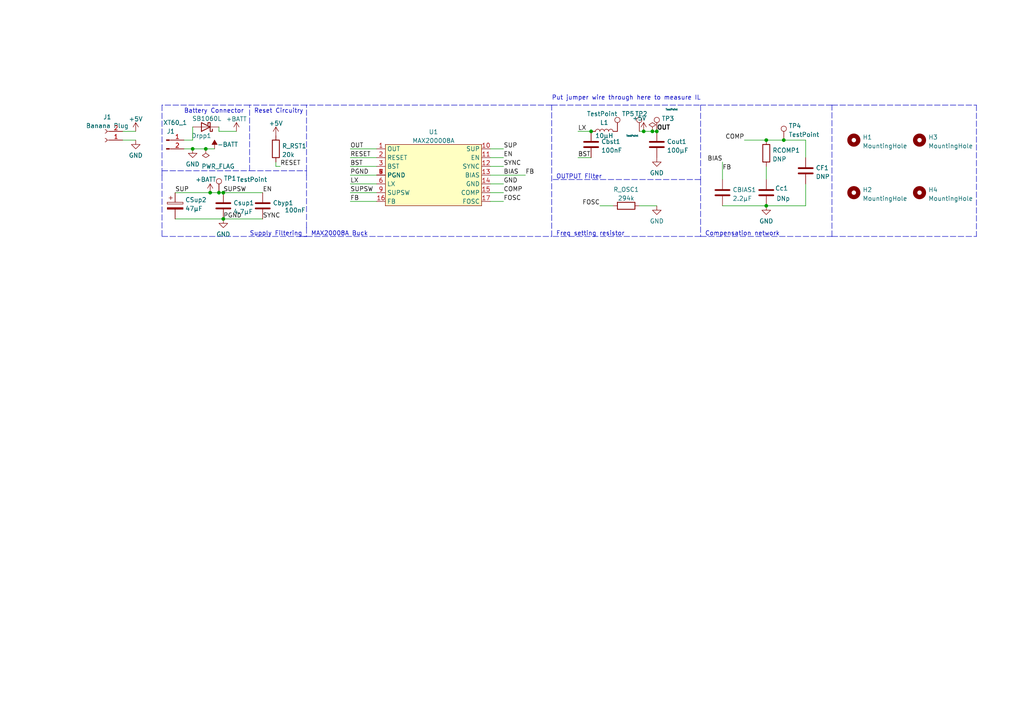
<source format=kicad_sch>
(kicad_sch (version 20211123) (generator eeschema)
  (paper "A4")
  (lib_symbols
    (symbol "Connector:Conn_01x02_Female" (pin_names (offset 1.016) hide)
      (property "Reference" "J" (at 0 2.54 0))
      (property "Value" "Conn_01x02_Female" (at 0 -5.08 0))
      (symbol "Conn_01x02_Female_1_1"
        (arc (start 0 -2.032) (mid -0.508 -2.54) (end 0 -3.048) (stroke (width 0.1524)))
        (polyline (pts (xy -1.27 -2.54) (xy -0.508 -2.54)) (stroke (width 0.1524)))
        (polyline (pts (xy -1.27 0) (xy -0.508 0)) (stroke (width 0.1524)))
        (arc (start 0 0.508) (mid -0.508 0) (end 0 -0.508) (stroke (width 0.1524)))
        (pin passive line (at -5.08 0 0) (length 3.81) (name "Pin_1") (number "1"))
        (pin passive line (at -5.08 -2.54 0) (length 3.81) (name "Pin_2") (number "2"))
      )
    )
    (symbol "Connector:Conn_01x02_Male" (pin_names (offset 1.016) hide)
      (property "Reference" "J" (at 0 2.54 0))
      (property "Value" "Conn_01x02_Male" (at 0 -5.08 0))
      (symbol "Conn_01x02_Male_1_1"
        (polyline (pts (xy 1.27 -2.54) (xy 0.8636 -2.54)) (stroke (width 0.1524)))
        (polyline (pts (xy 1.27 0) (xy 0.8636 0)) (stroke (width 0.1524)))
        (rectangle (start 0.8636 -2.413) (end 0 -2.667) (stroke (width 0.1524)) (fill (type outline)))
        (rectangle (start 0.8636 0.127) (end 0 -0.127) (stroke (width 0.1524)) (fill (type outline)))
        (pin passive line (at 5.08 0 180) (length 3.81) (name "Pin_1") (number "1"))
        (pin passive line (at 5.08 -2.54 180) (length 3.81) (name "Pin_2") (number "2"))
      )
    )
    (symbol "Connector:TestPoint" (pin_numbers hide) (pin_names (offset 0.762) hide)
      (property "Reference" "TP" (at 0 6.858 0))
      (property "Value" "TestPoint" (at 0 5.08 0))
      (symbol "TestPoint_0_1"
        (circle (center 0 3.302) (radius 0.762))
      )
      (symbol "TestPoint_1_1"
        (pin passive line (at 0 0 90) (length 2.54) (name "1") (number "1"))
      )
    )
    (symbol "Device:C" (pin_numbers hide) (pin_names (offset 0.254))
      (property "Reference" "C" (at 0.635 2.54 0))
      (property "Value" "C" (at 0.635 -2.54 0))
      (symbol "C_0_1"
        (polyline (pts (xy -2.032 -0.762) (xy 2.032 -0.762)) (stroke (width 0.508)))
        (polyline (pts (xy -2.032 0.762) (xy 2.032 0.762)) (stroke (width 0.508)))
      )
      (symbol "C_1_1"
        (pin passive line (at 0 3.81 270) (length 2.794) (name "~") (number "1"))
        (pin passive line (at 0 -3.81 90) (length 2.794) (name "~") (number "2"))
      )
    )
    (symbol "Device:C_Polarized" (pin_numbers hide) (pin_names (offset 0.254))
      (property "Reference" "C" (at 0.635 2.54 0))
      (property "Value" "C_Polarized" (at 0.635 -2.54 0))
      (symbol "C_Polarized_0_1"
        (rectangle (start -2.286 0.508) (end 2.286 1.016))
        (polyline (pts (xy -1.778 2.286) (xy -0.762 2.286)))
        (polyline (pts (xy -1.27 2.794) (xy -1.27 1.778)))
        (rectangle (start 2.286 -0.508) (end -2.286 -1.016) (fill (type outline)))
      )
      (symbol "C_Polarized_1_1"
        (pin passive line (at 0 3.81 270) (length 2.794) (name "~") (number "1"))
        (pin passive line (at 0 -3.81 90) (length 2.794) (name "~") (number "2"))
      )
    )
    (symbol "Device:D_Schottky" (pin_numbers hide) (pin_names (offset 1.016) hide)
      (property "Reference" "D" (at 0 2.54 0))
      (property "Value" "D_Schottky" (at 0 -2.54 0))
      (symbol "D_Schottky_0_1"
        (polyline (pts (xy 1.27 0) (xy -1.27 0)))
        (polyline (pts (xy 1.27 1.27) (xy 1.27 -1.27) (xy -1.27 0) (xy 1.27 1.27)) (stroke (width 0.254)))
        (polyline (pts (xy -1.905 0.635) (xy -1.905 1.27) (xy -1.27 1.27) (xy -1.27 -1.27) (xy -0.635 -1.27) (xy -0.635 -0.635)) (stroke (width 0.254)))
      )
      (symbol "D_Schottky_1_1"
        (pin passive line (at -3.81 0 0) (length 2.54) (name "K") (number "1"))
        (pin passive line (at 3.81 0 180) (length 2.54) (name "A") (number "2"))
      )
    )
    (symbol "Device:L" (pin_numbers hide) (pin_names (offset 1.016) hide)
      (property "Reference" "L" (at -1.27 0 90))
      (property "Value" "L" (at 1.905 0 90))
      (symbol "L_0_1"
        (arc (start 0 -2.54) (mid 0.635 -1.905) (end 0 -1.27))
        (arc (start 0 -1.27) (mid 0.635 -0.635) (end 0 0))
        (arc (start 0 0) (mid 0.635 0.635) (end 0 1.27))
        (arc (start 0 1.27) (mid 0.635 1.905) (end 0 2.54))
      )
      (symbol "L_1_1"
        (pin passive line (at 0 3.81 270) (length 1.27) (name "1") (number "1"))
        (pin passive line (at 0 -3.81 90) (length 1.27) (name "2") (number "2"))
      )
    )
    (symbol "Device:R" (pin_numbers hide) (pin_names (offset 0))
      (property "Reference" "R" (at 2.032 0 90))
      (property "Value" "R" (at 0 0 90))
      (symbol "R_0_1"
        (rectangle (start -1.016 -2.54) (end 1.016 2.54) (stroke (width 0.254)))
      )
      (symbol "R_1_1"
        (pin passive line (at 0 3.81 270) (length 1.27) (name "~") (number "1"))
        (pin passive line (at 0 -3.81 90) (length 1.27) (name "~") (number "2"))
      )
    )
    (symbol "MUAV:MAX200008A" (in_bom no)
      (property "Reference" "U" (at 0 0 0))
      (property "Value" "MAX200008A" (at 0 -8.89 0))
      (symbol "MAX200008A_0_0"
        (pin power_out line (at -16.51 -2.54 0) (length 2.54) (name "OUT") (number "1"))
        (pin bidirectional line (at 16.51 -2.54 180) (length 2.54) (name "SUP") (number "10"))
        (pin bidirectional line (at 16.51 -5.08 180) (length 2.54) (name "EN") (number "11"))
        (pin bidirectional line (at 16.51 -7.62 180) (length 2.54) (name "SYNC") (number "12"))
        (pin bidirectional line (at 16.51 -10.16 180) (length 2.54) (name "BIAS") (number "13"))
        (pin bidirectional line (at 16.51 -12.7 180) (length 2.54) (name "GND") (number "14"))
        (pin bidirectional line (at 16.51 -15.24 180) (length 2.54) (name "COMP") (number "15"))
        (pin bidirectional line (at -16.51 -17.78 0) (length 2.54) (name "FB") (number "16"))
        (pin bidirectional line (at 16.51 -17.78 180) (length 2.54) (name "FOSC") (number "17"))
        (pin input line (at -16.51 -5.08 0) (length 2.54) (name "RESET") (number "2"))
        (pin bidirectional line (at -16.51 -7.62 0) (length 2.54) (name "BST") (number "3"))
        (pin power_in line (at -16.51 -10.16 0) (length 2.54) (name "PGND") (number "4"))
        (pin power_in line (at -16.51 -10.16 0) (length 2.54) (name "PGND") (number "5"))
        (pin power_in line (at -16.51 -12.7 0) (length 2.54) (name "LX") (number "6"))
        (pin power_in line (at -16.51 -10.16 0) (length 2.54) (name "PGND") (number "7"))
        (pin power_in line (at -16.51 -10.16 0) (length 2.54) (name "PGND") (number "8"))
        (pin bidirectional line (at -16.51 -15.24 0) (length 2.54) (name "SUPSW") (number "9"))
      )
      (symbol "MAX200008A_0_1"
        (rectangle (start -13.97 -1.27) (end 13.97 -19.05) (stroke (width 0.1524)) (fill (type background)))
      )
    )
    (symbol "Mechanical:MountingHole" (pin_names (offset 1.016))
      (property "Reference" "H" (at 0 5.08 0))
      (property "Value" "MountingHole" (at 0 3.175 0))
      (symbol "MountingHole_0_1"
        (circle (center 0 0) (radius 1.27) (stroke (width 1.27)))
      )
    )
    (symbol "power:+5V" (power) (pin_names (offset 0))
      (property "Value" "+5V" (at 0 3.556 0))
      (symbol "+5V_0_1"
        (polyline (pts (xy -0.762 1.27) (xy 0 2.54)))
        (polyline (pts (xy 0 0) (xy 0 2.54)))
        (polyline (pts (xy 0 2.54) (xy 0.762 1.27)))
      )
      (symbol "+5V_1_1"
        (pin power_in line (at 0 0 90) (length 0) hide (name "+5V") (number "1"))
      )
    )
    (symbol "power:+BATT" (power) (pin_names (offset 0))
      (property "Value" "+BATT" (at 0 3.556 0))
      (symbol "+BATT_0_1"
        (polyline (pts (xy -0.762 1.27) (xy 0 2.54)))
        (polyline (pts (xy 0 0) (xy 0 2.54)))
        (polyline (pts (xy 0 2.54) (xy 0.762 1.27)))
      )
      (symbol "+BATT_1_1"
        (pin power_in line (at 0 0 90) (length 0) hide (name "+BATT") (number "1"))
      )
    )
    (symbol "power:-BATT" (power) (pin_names (offset 0))
      (property "Value" "-BATT" (at 0 3.556 0))
      (symbol "-BATT_0_1"
        (polyline (pts (xy 0 0) (xy 0 2.54)))
        (polyline (pts (xy 0.762 1.27) (xy -0.762 1.27) (xy 0 2.54) (xy 0.762 1.27)) (fill (type outline)))
      )
      (symbol "-BATT_1_1"
        (pin power_in line (at 0 0 90) (length 0) hide (name "-BATT") (number "1"))
      )
    )
    (symbol "power:GND" (power) (pin_names (offset 0))
      (property "Value" "GND" (at 0 -3.81 0))
      (symbol "GND_0_1"
        (polyline (pts (xy 0 0) (xy 0 -1.27) (xy 1.27 -1.27) (xy 0 -2.54) (xy -1.27 -1.27) (xy 0 -1.27)))
      )
      (symbol "GND_1_1"
        (pin power_in line (at 0 0 270) (length 0) hide (name "GND") (number "1"))
      )
    )
    (symbol "power:PWR_FLAG" (power) (pin_numbers hide) (pin_names (offset 0) hide)
      (property "Value" "PWR_FLAG" (at 0 3.81 0))
      (symbol "PWR_FLAG_0_0"
        (pin power_out line (at 0 0 90) (length 0) (name "pwr") (number "1"))
      )
      (symbol "PWR_FLAG_0_1"
        (polyline (pts (xy 0 0) (xy 0 1.27) (xy -1.016 1.905) (xy 0 2.54) (xy 1.016 1.905) (xy 0 1.27)))
      )
    )
  )
  (junction (at 190.5 38.1))
  (junction (at 222.25 59.69))
  (junction (at 222.25 40.64))
  (junction (at 64.77 63.5))
  (junction (at 59.69 43.18))
  (junction (at 63.5 55.88))
  (junction (at 171.45 38.1))
  (junction (at 186.69 38.1))
  (junction (at 189.23 38.1))
  (junction (at 55.88 43.18))
  (junction (at 64.77 55.88))
  (junction (at 227.33 40.64))
  (junction (at 60.96 55.88))
  (wire (pts (xy 233.68 45.72) (xy 233.68 40.64)))
  (wire (pts (xy 101.6 43.18) (xy 109.22 43.18)))
  (polyline (pts (xy 88.9 68.58) (xy 87.63 68.58)))
  (polyline (pts (xy 160.02 30.48) (xy 203.2 30.48)))
  (wire (pts (xy 142.24 48.26) (xy 146.05 48.26)))
  (polyline (pts (xy 241.3 68.58) (xy 241.3 30.48)))
  (wire (pts (xy 142.24 43.18) (xy 146.05 43.18)))
  (wire (pts (xy 167.64 45.72) (xy 171.45 45.72)))
  (wire (pts (xy 233.68 40.64) (xy 227.33 40.64)))
  (polyline (pts (xy 88.9 66.04) (xy 88.9 50.8)))
  (polyline (pts (xy 160.02 30.48) (xy 88.9 30.48)))
  (wire (pts (xy 55.88 36.83) (xy 55.88 40.64)))
  (wire (pts (xy 227.33 40.64) (xy 222.25 40.64)))
  (polyline (pts (xy 203.2 52.07) (xy 203.2 68.58)))
  (wire (pts (xy 142.24 55.88) (xy 146.05 55.88)))
  (wire (pts (xy 101.6 45.72) (xy 109.22 45.72)))
  (polyline (pts (xy 46.99 49.53) (xy 72.39 49.53)))
  (wire (pts (xy 55.88 40.64) (xy 53.34 40.64)))
  (wire (pts (xy 50.8 63.5) (xy 64.77 63.5)))
  (wire (pts (xy 81.28 48.26) (xy 80.01 48.26)))
  (wire (pts (xy 64.77 63.5) (xy 76.2 63.5)))
  (wire (pts (xy 209.55 59.69) (xy 222.25 59.69)))
  (polyline (pts (xy 88.9 66.04) (xy 88.9 68.58)))
  (wire (pts (xy 185.42 59.69) (xy 190.5 59.69)))
  (wire (pts (xy 68.58 38.1) (xy 63.5 38.1)))
  (wire (pts (xy 50.8 55.88) (xy 60.96 55.88)))
  (wire (pts (xy 101.6 50.8) (xy 109.22 50.8)))
  (wire (pts (xy 101.6 58.42) (xy 109.22 58.42)))
  (wire (pts (xy 64.77 55.88) (xy 76.2 55.88)))
  (wire (pts (xy 167.64 38.1) (xy 171.45 38.1)))
  (wire (pts (xy 55.88 43.18) (xy 59.69 43.18)))
  (wire (pts (xy 142.24 58.42) (xy 146.05 58.42)))
  (wire (pts (xy 215.9 40.64) (xy 222.25 40.64)))
  (polyline (pts (xy 88.9 30.48) (xy 72.39 30.48)))
  (wire (pts (xy 53.34 43.18) (xy 55.88 43.18)))
  (polyline (pts (xy 160.02 68.58) (xy 160.02 30.48)))
  (wire (pts (xy 101.6 53.34) (xy 109.22 53.34)))
  (wire (pts (xy 222.25 59.69) (xy 233.68 59.69)))
  (polyline (pts (xy 241.3 30.48) (xy 203.2 30.48)))
  (polyline (pts (xy 203.2 30.48) (xy 203.2 52.07)))
  (wire (pts (xy 35.56 38.1) (xy 39.37 38.1)))
  (wire (pts (xy 142.24 53.34) (xy 146.05 53.34)))
  (wire (pts (xy 142.24 45.72) (xy 146.05 45.72)))
  (wire (pts (xy 80.01 48.26) (xy 80.01 46.99)))
  (polyline (pts (xy 46.99 68.58) (xy 88.9 68.58)))
  (wire (pts (xy 233.68 53.34) (xy 233.68 59.69)))
  (wire (pts (xy 142.24 50.8) (xy 152.4 50.8)))
  (wire (pts (xy 189.23 38.1) (xy 190.5 38.1)))
  (wire (pts (xy 59.69 43.18) (xy 62.23 43.18)))
  (polyline (pts (xy 203.2 68.58) (xy 241.3 68.58)))
  (polyline (pts (xy 241.3 68.58) (xy 283.21 68.58)))
  (polyline (pts (xy 88.9 49.53) (xy 88.9 30.48)))
  (polyline (pts (xy 72.39 30.48) (xy 46.99 30.48)))
  (polyline (pts (xy 88.9 68.58) (xy 160.02 68.58)))
  (wire (pts (xy 63.5 55.88) (xy 64.77 55.88)))
  (wire (pts (xy 186.69 38.1) (xy 189.23 38.1)))
  (polyline (pts (xy 203.2 68.58) (xy 160.02 68.58)))
  (wire (pts (xy 63.5 38.1) (xy 63.5 36.83)))
  (polyline (pts (xy 72.39 49.53) (xy 88.9 49.53)))
  (wire (pts (xy 101.6 48.26) (xy 109.22 48.26)))
  (wire (pts (xy 101.6 55.88) (xy 109.22 55.88)))
  (polyline (pts (xy 46.99 49.53) (xy 46.99 50.8)))
  (wire (pts (xy 35.56 40.64) (xy 39.37 40.64)))
  (wire (pts (xy 185.42 38.1) (xy 186.69 38.1)))
  (polyline (pts (xy 203.2 52.07) (xy 160.02 52.07)))
  (wire (pts (xy 60.96 55.88) (xy 63.5 55.88)))
  (wire (pts (xy 173.99 59.69) (xy 177.8 59.69)))
  (polyline (pts (xy 88.9 49.53) (xy 88.9 50.8)))
  (wire (pts (xy 209.55 46.99) (xy 209.55 52.07)))
  (polyline (pts (xy 72.39 49.53) (xy 72.39 30.48)))
  (wire (pts (xy 222.25 48.26) (xy 222.25 52.07)))
  (polyline (pts (xy 46.99 30.48) (xy 46.99 49.53)))
  (polyline (pts (xy 283.21 30.48) (xy 283.21 68.58)))
  (polyline (pts (xy 46.99 50.8) (xy 46.99 68.58)))
  (polyline (pts (xy 241.3 30.48) (xy 283.21 30.48)))
  (text "Freq setting resistor\n" (at 161.29 68.58 0) (effects (font (size 1.27 1.27)) (justify left bottom)))
  (text "OUTPUT Filter" (at 161.29 52.07 0) (effects (font (size 1.27 1.27)) (justify left bottom)))
  (text "Compensation network" (at 204.47 68.58 0) (effects (font (size 1.27 1.27)) (justify left bottom)))
  (text "Supply Filtering" (at 72.39 68.58 0) (effects (font (size 1.27 1.27)) (justify left bottom)))
  (text "Put jumper wire through here to measure IL" (at 160.02 29.21 0) (effects (font (size 1.27 1.27)) (justify left bottom)))
  (text "Reset Circuitry\n" (at 73.66 33.02 0) (effects (font (size 1.27 1.27)) (justify left bottom)))
  (text "Battery Connector" (at 53.34 33.02 0) (effects (font (size 1.27 1.27)) (justify left bottom)))
  (text "MAX20008A Buck" (at 90.17 68.58 0) (effects (font (size 1.27 1.27)) (justify left bottom)))
  (label "FB" (at 101.6 58.42 0))
  (label "SUP" (at 146.05 43.18 0))
  (label "BST" (at 167.64 45.72 0))
  (label "BIAS" (at 146.05 50.8 0))
  (label "OUT" (at 101.6 43.18 0))
  (label "FOSC" (at 173.99 59.69 180))
  (label "COMP" (at 215.9 40.64 180))
  (label "SYNC" (at 146.05 48.26 0))
  (label "RESET" (at 101.6 45.72 0))
  (label "GND" (at 146.05 53.34 0))
  (label "SUPSW" (at 64.77 55.88 0))
  (label "FB" (at 152.4 50.8 0))
  (label "PGND" (at 101.6 50.8 0))
  (label "SYNC" (at 76.2 63.5 0))
  (label "EN" (at 76.2 55.88 0))
  (label "FOSC" (at 146.05 58.42 0))
  (label "FB" (at 209.55 49.53 0))
  (label "OUT" (at 190.5 38.1 0) (effects (font (thickness 0.254) bold)))
  (label "PGND" (at 64.77 63.5 0))
  (label "SUPSW" (at 101.6 55.88 0))
  (label "BST" (at 101.6 48.26 0))
  (label "SUP" (at 50.8 55.88 0))
  (label "BIAS" (at 209.55 46.99 180))
  (label "COMP" (at 146.05 55.88 0))
  (label "LX" (at 101.6 53.34 0))
  (label "EN" (at 146.05 45.72 0))
  (label "LX" (at 167.64 38.1 0))
  (label "RESET" (at 81.28 48.26 0))
  (symbol (lib_id "power:GND") (at 39.37 40.64 0) (unit 1)
    (property "Reference" "#PWR0102" (effects hide))
    (property "Value" "GND" (at 39.37 45.0834 0))
  )
  (symbol (lib_id "Connector:TestPoint") (at 179.07 38.1 0) (mirror y) (unit 1)
    (property "Reference" "TP5" (at 180.34 33.02 0) (effects (justify right)))
    (property "Value" "TestPoint" (at 170.18 33.02 0) (effects (justify right)))
    (property "Footprint" "TestPoint:TestPoint_THTPad_2.0x2.0mm_Drill1.0mm" (effects hide))
    (property "Datasheet" "  (symbol \"Connector:TestPoint\" (pin_numbers hide) (pin_names (offset 0.762) hide) (in_bom yes) (on_board yes)" (effects hide))
  )
  (symbol (lib_id "Connector:Conn_01x02_Male") (at 48.26 40.64 0) (unit 1)
    (property "Reference" "XT60_1" (at 50.8 35.56 0))
    (property "Value" "J1" (at 49.53 38.1 0))
    (property "Footprint" "footprints:XT60 conn" (effects hide))
  )
  (symbol (lib_id "Device:D_Schottky") (at 59.69 36.83 180) (unit 1)
    (property "Reference" "Drpp1" (at 58.42 39.37 0))
    (property "Value" "SB1060L" (at 60.0075 34.3971 0))
    (property "Footprint" "footprints:TO_277B" (effects hide))
  )
  (symbol (lib_id "Device:R") (at 181.61 59.69 90) (unit 1)
    (property "Reference" "R_OSC1" (at 181.61 54.9742 90))
    (property "Value" "294k" (at 181.61 57.5111 90))
    (property "Footprint" "Resistor_SMD:R_0603_1608Metric_Pad0.98x0.95mm_HandSolder" (effects hide))
  )
  (symbol (lib_id "power:GND") (at 55.88 43.18 0) (unit 1)
    (property "Reference" "#PWR01" (effects hide))
    (property "Value" "GND" (at 55.88 47.6234 0))
  )
  (symbol (lib_id "Connector:Conn_01x02_Female") (at 30.48 40.64 180) (unit 1)
    (property "Reference" "J1" (at 31.115 33.943 0))
    (property "Value" "Banana Plug" (at 31.115 36.4799 0))
    (property "Footprint" "Connector:Banana_Jack_2Pin" (effects hide))
  )
  (symbol (lib_id "Device:C") (at 222.25 55.88 0) (unit 1)
    (property "Reference" "Cc1" (at 228.6 54.61 0) (effects (justify right)))
    (property "Value" "DNp" (at 225.171 57.5822 0) (effects (justify left)))
    (property "Footprint" "Capacitor_SMD:C_0603_1608Metric_Pad1.08x0.95mm_HandSolder" (effects hide))
  )
  (symbol (lib_id "Mechanical:MountingHole") (at 266.7 40.64 0) (unit 1)
    (property "Reference" "H3" (at 269.24 39.8053 0) (effects (justify left)))
    (property "Value" "MountingHole" (at 269.24 42.3422 0) (effects (justify left)))
    (property "Footprint" "MountingHole:MountingHole_4.3mm_M4" (effects hide))
  )
  (symbol (lib_id "Device:C") (at 233.68 49.53 0) (unit 1)
    (property "Reference" "CF1" (at 236.601 48.6953 0) (effects (justify left)))
    (property "Value" "DNP" (at 236.601 51.2322 0) (effects (justify left)))
    (property "Footprint" "Capacitor_SMD:C_0603_1608Metric_Pad1.08x0.95mm_HandSolder" (effects hide))
  )
  (symbol (lib_id "Mechanical:MountingHole") (at 247.65 40.64 0) (unit 1)
    (property "Reference" "H1" (at 250.19 39.8053 0) (effects (justify left)))
    (property "Value" "MountingHole" (at 250.19 42.3422 0) (effects (justify left)))
    (property "Footprint" "MountingHole:MountingHole_4.3mm_M4" (effects hide))
  )
  (symbol (lib_id "power:GND") (at 222.25 59.69 0) (unit 1)
    (property "Reference" "#PWR010" (effects hide))
    (property "Value" "GND" (at 222.25 64.1334 0))
  )
  (symbol (lib_id "power:+5V") (at 80.01 39.37 0) (unit 1)
    (property "Reference" "#PWR06" (effects hide))
    (property "Value" "+5V" (at 80.01 35.7942 0))
  )
  (symbol (lib_id "power:GND") (at 64.77 63.5 0) (unit 1)
    (property "Reference" "#PWR05" (effects hide))
    (property "Value" "GND" (at 64.77 67.9434 0))
  )
  (symbol (lib_id "Device:C") (at 76.2 59.69 0) (unit 1)
    (property "Reference" "Cbyp1" (at 79.121 58.8553 0) (effects (justify left)))
    (property "Value" "100nF" (at 82.55 60.96 0) (effects (justify left)))
    (property "Footprint" "Capacitor_SMD:C_0603_1608Metric_Pad1.08x0.95mm_HandSolder" (effects hide))
    (property "Field4" "GCM188R71H104KA57D" (effects hide))
  )
  (symbol (lib_id "Device:C") (at 209.55 55.88 0) (unit 1)
    (property "Reference" "CBIAS1" (at 212.471 55.0453 0) (effects (justify left)))
    (property "Value" "2.2µF" (at 212.471 57.5822 0) (effects (justify left)))
    (property "Footprint" "Capacitor_SMD:C_0603_1608Metric_Pad1.08x0.95mm_HandSolder" (effects hide))
  )
  (symbol (lib_id "power:GND") (at 190.5 45.72 0) (unit 1)
    (property "Reference" "#PWR08" (effects hide))
    (property "Value" "GND" (at 190.5 50.1634 0))
  )
  (symbol (lib_id "Connector:TestPoint") (at 185.42 38.1 0) (unit 1)
    (property "Reference" "TP2" (at 184.15 33.02 0) (effects (justify left)))
    (property "Value" "TestPoint" (at 181.61 39.37 0) (effects (font (size 0.5 0.5)) (justify left)))
    (property "Footprint" "TestPoint:TestPoint_THTPad_2.0x2.0mm_Drill1.0mm" (effects hide))
  )
  (symbol (lib_id "Device:C_Polarized") (at 50.8 59.69 0) (unit 1)
    (property "Reference" "CSup2" (at 53.721 57.9663 0) (effects (justify left)))
    (property "Value" "47µF" (at 53.721 60.5032 0) (effects (justify left)))
    (property "Footprint" "Capacitor_SMD:CP_Elec_10x10.5" (effects hide))
    (property "Part nb" "EEHZC1V470V" (effects hide))
  )
  (symbol (lib_id "power:+5V") (at 186.69 38.1 0) (unit 1)
    (property "Reference" "#PWR0101" (effects hide))
    (property "Value" "+5V" (at 185.42 34.29 0))
  )
  (symbol (lib_id "power:PWR_FLAG") (at 59.69 43.18 180) (unit 1)
    (property "Reference" "#FLG01" (effects hide))
    (property "Value" "PWR_FLAG" (at 58.42 48.26 0) (effects (justify right)))
  )
  (symbol (lib_id "Mechanical:MountingHole") (at 247.65 55.88 0) (unit 1)
    (property "Reference" "H2" (at 250.19 55.0453 0) (effects (justify left)))
    (property "Value" "MountingHole" (at 250.19 57.5822 0) (effects (justify left)))
    (property "Footprint" "MountingHole:MountingHole_4.3mm_M4" (effects hide))
  )
  (symbol (lib_id "Mechanical:MountingHole") (at 266.7 55.88 0) (unit 1)
    (property "Reference" "H4" (at 269.24 55.0453 0) (effects (justify left)))
    (property "Value" "MountingHole" (at 269.24 57.5822 0) (effects (justify left)))
    (property "Footprint" "MountingHole:MountingHole_4.3mm_M4" (effects hide))
  )
  (symbol (lib_id "Device:C") (at 171.45 41.91 0) (unit 1)
    (property "Reference" "Cbst1" (at 174.371 41.0753 0) (effects (justify left)))
    (property "Value" "100nF" (at 174.371 43.6122 0) (effects (justify left)))
    (property "Footprint" "Capacitor_SMD:C_0603_1608Metric_Pad1.08x0.95mm_HandSolder" (effects hide))
    (property "part nb" "GCM188R71H104KA57D" (effects hide))
  )
  (symbol (lib_id "power:GND") (at 190.5 59.69 0) (unit 1)
    (property "Reference" "#PWR09" (effects hide))
    (property "Value" "GND" (at 190.5 64.1334 0))
  )
  (symbol (lib_id "Connector:TestPoint") (at 227.33 40.64 0) (unit 1)
    (property "Reference" "TP4" (at 228.727 36.5033 0) (effects (justify left)))
    (property "Value" "TestPoint" (at 228.727 39.0402 0) (effects (justify left)))
    (property "Footprint" "TestPoint:TestPoint_THTPad_2.0x2.0mm_Drill1.0mm" (effects hide))
  )
  (symbol (lib_id "Device:L") (at 175.26 38.1 90) (unit 1)
    (property "Reference" "L1" (at 175.26 35.56 90))
    (property "Value" "10µH" (at 175.26 39.37 90))
    (property "Footprint" "footprints:SRP1265C" (effects hide))
    (property "Part nb" "EEHZA1E470V" (effects hide))
  )
  (symbol (lib_id "Connector:TestPoint") (at 190.5 38.1 0) (unit 1)
    (property "Reference" "TP3" (at 191.897 34.3924 0) (effects (justify left)))
    (property "Value" "TestPoint" (at 193.04 31.75 0) (effects (font (size 0.5 0.5)) (justify left)))
    (property "Footprint" "TestPoint:TestPoint_THTPad_2.0x2.0mm_Drill1.0mm" (effects hide))
  )
  (symbol (lib_id "Device:R") (at 80.01 43.18 0) (unit 1)
    (property "Reference" "R_RST1" (at 81.788 42.3453 0) (effects (justify left)))
    (property "Value" "20k" (at 81.788 44.8822 0) (effects (justify left)))
    (property "Footprint" "Resistor_SMD:R_0603_1608Metric_Pad0.98x0.95mm_HandSolder" (effects hide))
    (property "Link" "https://www.lcsc.com/product-detail/Chip-Resistor-Surface-Mount_YAGEO-RC0402FR-0710KL_C60490.html" (effects hide))
  )
  (symbol (lib_id "power:PWR_FLAG") (at 189.23 38.1 0) (unit 1)
    (property "Reference" "#FLG0101" (effects hide))
    (property "Value" "PWR_FLAG" (at 189.23 34.29 0) (effects (font (size 0 0)) (justify left)))
  )
  (symbol (lib_id "power:+BATT") (at 68.58 38.1 0) (unit 1)
    (property "Reference" "#PWR02" (effects hide))
    (property "Value" "+BATT" (at 68.58 34.5242 0))
  )
  (symbol (lib_id "Device:C") (at 64.77 59.69 0) (unit 1)
    (property "Reference" "Csup1" (at 67.691 58.8553 0) (effects (justify left)))
    (property "Value" "4.7µF" (at 67.691 61.3922 0) (effects (justify left)))
    (property "Footprint" "Capacitor_SMD:C_0603_1608Metric_Pad1.08x0.95mm_HandSolder" (effects hide))
    (property "link" "https://jlcpcb.com/partdetail/749372-GRT188R6YA475KE13D/C711100" (effects hide))
    (property "Field5" "GRT188R6YA475KE13D" (effects hide))
  )
  (symbol (lib_id "Device:C") (at 190.5 41.91 0) (unit 1)
    (property "Reference" "Cout1" (at 193.421 41.0753 0) (effects (justify left)))
    (property "Value" "100µF" (at 193.421 43.6122 0) (effects (justify left)))
    (property "Footprint" "Capacitor_SMD:C_1210_3225Metric" (effects hide))
    (property "part nb" "GRM32ER61A107ME20L" (effects hide))
  )
  (symbol (lib_id "MUAV:MAX200008A") (at 125.73 40.64 0) (unit 1) (in_bom no)
    (property "Reference" "U1" (at 125.73 38.261 0))
    (property "Value" "MAX200008A" (at 125.73 40.7979 0))
    (property "Footprint" "footprints:MAX20008AFOB&slash_VY&plus_" (effects hide))
  )
  (symbol (lib_id "power:-BATT") (at 62.23 43.18 0) (unit 1)
    (property "Reference" "#PWR04" (effects hide))
    (property "Value" "-BATT" (at 66.04 41.91 0))
  )
  (symbol (lib_id "Device:R") (at 222.25 44.45 0) (unit 1)
    (property "Reference" "RCOMP1" (at 224.028 43.6153 0) (effects (justify left)))
    (property "Value" "DNP" (at 224.028 46.1522 0) (effects (justify left)))
    (property "Footprint" "Resistor_SMD:R_0603_1608Metric_Pad0.98x0.95mm_HandSolder" (effects hide))
  )
  (symbol (lib_id "power:+BATT") (at 60.96 55.88 0) (unit 1)
    (property "Reference" "#PWR03" (effects hide))
    (property "Value" "+BATT" (at 59.69 52.07 0))
  )
  (symbol (lib_id "Connector:TestPoint") (at 63.5 55.88 0) (unit 1)
    (property "Reference" "TP1" (at 64.897 51.7433 0) (effects (justify left)))
    (property "Value" "TestPoint" (at 68.58 52.07 0) (effects (justify left)))
    (property "Footprint" "TestPoint:TestPoint_THTPad_2.0x2.0mm_Drill1.0mm" (effects hide))
  )
  (symbol (lib_id "power:+5V") (at 39.37 38.1 0) (unit 1)
    (property "Reference" "#PWR0103" (effects hide))
    (property "Value" "+5V" (at 39.37 34.5242 0))
  )
)
</source>
